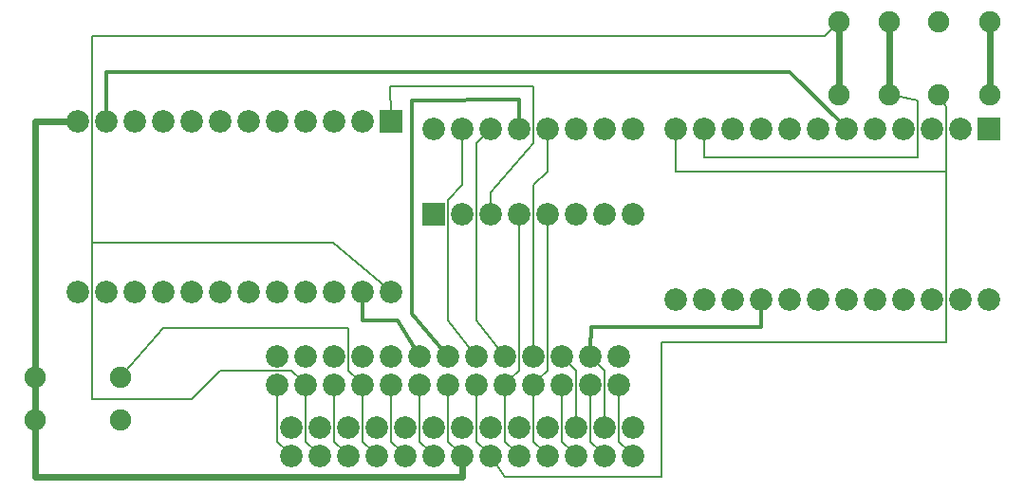
<source format=gbl>
G04 MADE WITH FRITZING*
G04 WWW.FRITZING.ORG*
G04 DOUBLE SIDED*
G04 HOLES PLATED*
G04 CONTOUR ON CENTER OF CONTOUR VECTOR*
%ASAXBY*%
%FSLAX23Y23*%
%MOIN*%
%OFA0B0*%
%SFA1.0B1.0*%
%ADD10C,0.079370*%
%ADD11C,0.075000*%
%ADD12R,0.079370X0.079370*%
%ADD13C,0.008000*%
%ADD14C,0.024000*%
%ADD15C,0.012000*%
%LNCOPPER0*%
G90*
G70*
G54D10*
X3407Y1253D03*
X3407Y653D03*
X3307Y1253D03*
X3307Y653D03*
X3207Y1253D03*
X3207Y653D03*
X3107Y1253D03*
X3107Y653D03*
X3007Y1253D03*
X3007Y653D03*
X2907Y1253D03*
X2907Y653D03*
X2807Y1253D03*
X2807Y653D03*
X2707Y1253D03*
X2707Y653D03*
X2607Y1253D03*
X2607Y653D03*
X2507Y1253D03*
X2507Y653D03*
X2407Y1253D03*
X2407Y653D03*
X2307Y1253D03*
X2307Y653D03*
X957Y103D03*
X1057Y103D03*
X1157Y103D03*
X1257Y103D03*
X1357Y103D03*
X1457Y103D03*
X1557Y103D03*
X1657Y103D03*
X1757Y103D03*
X1857Y103D03*
X1957Y103D03*
X2057Y103D03*
X2157Y103D03*
X957Y103D03*
X1057Y103D03*
X1157Y103D03*
X1257Y103D03*
X1357Y103D03*
X1457Y103D03*
X1557Y103D03*
X1657Y103D03*
X1757Y103D03*
X1857Y103D03*
X1957Y103D03*
X2057Y103D03*
X2157Y103D03*
X2157Y203D03*
X2057Y203D03*
X1957Y203D03*
X1857Y203D03*
X1757Y203D03*
X1657Y203D03*
X1557Y203D03*
X1457Y203D03*
X1357Y203D03*
X1257Y203D03*
X1157Y203D03*
X1057Y203D03*
X957Y203D03*
X907Y353D03*
X1007Y353D03*
X1107Y353D03*
X1207Y353D03*
X1307Y353D03*
X1407Y353D03*
X1507Y353D03*
X1607Y353D03*
X1707Y353D03*
X1807Y353D03*
X1907Y353D03*
X2007Y353D03*
X2107Y353D03*
X907Y353D03*
X1007Y353D03*
X1107Y353D03*
X1207Y353D03*
X1307Y353D03*
X1407Y353D03*
X1507Y353D03*
X1607Y353D03*
X1707Y353D03*
X1807Y353D03*
X1907Y353D03*
X2007Y353D03*
X2107Y353D03*
X2107Y453D03*
X2007Y453D03*
X1907Y453D03*
X1807Y453D03*
X1707Y453D03*
X1607Y453D03*
X1507Y453D03*
X1407Y453D03*
X1307Y453D03*
X1207Y453D03*
X1107Y453D03*
X1007Y453D03*
X907Y453D03*
X1308Y1277D03*
X1308Y677D03*
X1208Y1277D03*
X1208Y677D03*
X1108Y1277D03*
X1108Y677D03*
X1008Y1277D03*
X1008Y677D03*
X908Y1277D03*
X908Y677D03*
X808Y1277D03*
X808Y677D03*
X708Y1277D03*
X708Y677D03*
X608Y1277D03*
X608Y677D03*
X508Y1277D03*
X508Y677D03*
X408Y1277D03*
X408Y677D03*
X308Y1277D03*
X308Y677D03*
X208Y1277D03*
X208Y677D03*
X1457Y953D03*
X1457Y1253D03*
X1557Y953D03*
X1557Y1253D03*
X1657Y953D03*
X1657Y1253D03*
X1757Y953D03*
X1757Y1253D03*
X1857Y953D03*
X1857Y1253D03*
X1957Y953D03*
X1957Y1253D03*
X2057Y953D03*
X2057Y1253D03*
X2157Y953D03*
X2157Y1253D03*
G54D11*
X3057Y1628D03*
X3057Y1372D03*
X2880Y1628D03*
X2880Y1372D03*
X3409Y1628D03*
X3409Y1372D03*
X3232Y1628D03*
X3232Y1372D03*
X357Y228D03*
X57Y228D03*
X357Y378D03*
X57Y378D03*
G54D12*
X3407Y1253D03*
X1308Y1277D03*
X1457Y953D03*
G54D13*
X3156Y1352D02*
X3158Y1152D01*
D02*
X2407Y1152D02*
X2407Y1227D01*
D02*
X3158Y1152D02*
X2407Y1152D01*
D02*
X3079Y1367D02*
X3156Y1352D01*
D02*
X3257Y1103D02*
X2307Y1103D01*
D02*
X2307Y1103D02*
X2307Y1227D01*
D02*
X3243Y1352D02*
X3257Y1327D01*
D02*
X3257Y1327D02*
X3257Y1103D01*
D02*
X907Y152D02*
X907Y327D01*
D02*
X939Y120D02*
X907Y152D01*
D02*
X1008Y152D02*
X1007Y327D01*
D02*
X1039Y121D02*
X1008Y152D01*
D02*
X1106Y152D02*
X1107Y327D01*
D02*
X1139Y120D02*
X1106Y152D01*
D02*
X1207Y152D02*
X1207Y327D01*
D02*
X1239Y120D02*
X1207Y152D01*
D02*
X1307Y152D02*
X1307Y327D01*
D02*
X1339Y121D02*
X1307Y152D01*
D02*
X1406Y152D02*
X1407Y327D01*
D02*
X1439Y120D02*
X1406Y152D01*
D02*
X1507Y152D02*
X1507Y327D01*
D02*
X1539Y120D02*
X1507Y152D01*
D02*
X1607Y152D02*
X1607Y327D01*
D02*
X1639Y121D02*
X1607Y152D01*
D02*
X1706Y152D02*
X1707Y327D01*
D02*
X1739Y120D02*
X1706Y152D01*
D02*
X1807Y152D02*
X1807Y327D01*
D02*
X1839Y120D02*
X1807Y152D01*
D02*
X1907Y152D02*
X1907Y327D01*
D02*
X1939Y120D02*
X1907Y152D01*
D02*
X2008Y152D02*
X2007Y327D01*
D02*
X2039Y121D02*
X2008Y152D01*
D02*
X2106Y152D02*
X2107Y327D01*
D02*
X2139Y120D02*
X2106Y152D01*
D02*
X2057Y228D02*
X2057Y403D01*
D02*
X2057Y403D02*
X2025Y435D01*
D02*
X1957Y228D02*
X1956Y403D01*
D02*
X1956Y403D02*
X1925Y435D01*
G54D14*
D02*
X2880Y1599D02*
X2880Y1400D01*
D02*
X57Y28D02*
X1556Y28D01*
D02*
X1556Y28D02*
X1557Y72D01*
D02*
X57Y199D02*
X57Y28D01*
G54D13*
D02*
X2256Y503D02*
X2256Y28D01*
D02*
X3257Y503D02*
X2256Y503D01*
D02*
X1706Y28D02*
X1671Y82D01*
D02*
X2256Y28D02*
X1706Y28D01*
D02*
X3257Y1103D02*
X3257Y503D01*
G54D14*
D02*
X57Y349D02*
X57Y256D01*
D02*
X57Y406D02*
X58Y1278D01*
D02*
X58Y1278D02*
X177Y1277D01*
G54D15*
D02*
X2607Y554D02*
X2009Y554D01*
D02*
X2009Y554D02*
X2007Y478D01*
D02*
X2607Y633D02*
X2607Y554D01*
G54D13*
D02*
X507Y553D02*
X1158Y553D01*
D02*
X1158Y553D02*
X1156Y402D01*
D02*
X372Y395D02*
X507Y553D01*
D02*
X1156Y402D02*
X1189Y370D01*
D02*
X1858Y403D02*
X1857Y927D01*
D02*
X1825Y370D02*
X1858Y403D01*
D02*
X1807Y478D02*
X1807Y1054D01*
D02*
X1858Y1101D02*
X1857Y1227D01*
D02*
X1807Y1054D02*
X1858Y1101D01*
D02*
X1606Y1202D02*
X1639Y1235D01*
D02*
X1607Y578D02*
X1606Y1202D01*
D02*
X1691Y472D02*
X1607Y578D01*
G54D15*
D02*
X1208Y578D02*
X1208Y652D01*
D02*
X1394Y474D02*
X1332Y578D01*
D02*
X1332Y578D02*
X1208Y578D01*
D02*
X1382Y602D02*
X1382Y1353D01*
D02*
X1756Y1354D02*
X1757Y1278D01*
D02*
X1382Y1353D02*
X1756Y1354D01*
D02*
X1491Y472D02*
X1382Y602D01*
G54D13*
D02*
X1557Y1054D02*
X1557Y1227D01*
D02*
X1507Y1003D02*
X1557Y1054D01*
D02*
X1507Y578D02*
X1507Y1003D01*
D02*
X1591Y472D02*
X1507Y578D01*
D02*
X1757Y403D02*
X1757Y927D01*
D02*
X1725Y370D02*
X1757Y403D01*
D02*
X1305Y1400D02*
X1307Y1303D01*
D02*
X1657Y1027D02*
X1807Y1202D01*
D02*
X1807Y1401D02*
X1305Y1400D01*
D02*
X1807Y1202D02*
X1807Y1401D01*
D02*
X1657Y978D02*
X1657Y1027D01*
G54D15*
D02*
X307Y1451D02*
X2708Y1452D01*
D02*
X2708Y1452D02*
X2889Y1270D01*
D02*
X308Y1303D02*
X307Y1451D01*
G54D13*
D02*
X707Y403D02*
X956Y402D01*
D02*
X606Y302D02*
X707Y403D01*
D02*
X257Y302D02*
X606Y302D01*
D02*
X257Y852D02*
X257Y302D01*
D02*
X956Y402D02*
X989Y370D01*
D02*
X1105Y851D02*
X257Y852D01*
D02*
X1289Y694D02*
X1105Y851D01*
D02*
X257Y953D02*
X257Y1579D01*
D02*
X257Y1579D02*
X2831Y1579D01*
D02*
X2831Y1579D02*
X2863Y1611D01*
D02*
X257Y852D02*
X257Y953D01*
G54D14*
D02*
X3409Y1400D02*
X3409Y1599D01*
D02*
X3057Y1599D02*
X3057Y1400D01*
G04 End of Copper0*
M02*
</source>
